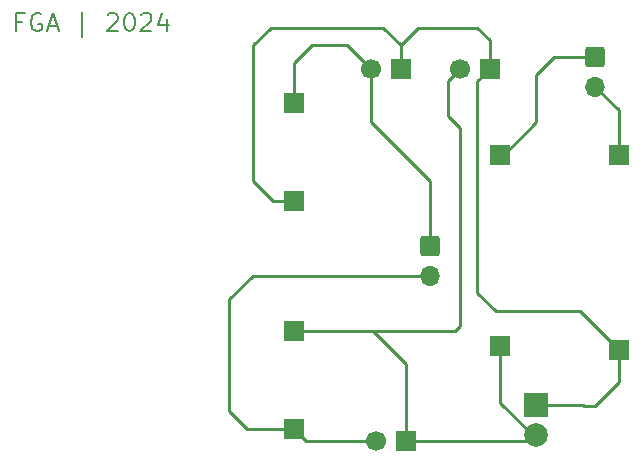
<source format=gbr>
%TF.GenerationSoftware,KiCad,Pcbnew,8.0.1*%
%TF.CreationDate,2024-11-13T12:04:00-05:00*%
%TF.ProjectId,batteryPCBa,62617474-6572-4795-9043-42612e6b6963,rev?*%
%TF.SameCoordinates,Original*%
%TF.FileFunction,Copper,L1,Top*%
%TF.FilePolarity,Positive*%
%FSLAX46Y46*%
G04 Gerber Fmt 4.6, Leading zero omitted, Abs format (unit mm)*
G04 Created by KiCad (PCBNEW 8.0.1) date 2024-11-13 12:04:00*
%MOMM*%
%LPD*%
G01*
G04 APERTURE LIST*
G04 Aperture macros list*
%AMRoundRect*
0 Rectangle with rounded corners*
0 $1 Rounding radius*
0 $2 $3 $4 $5 $6 $7 $8 $9 X,Y pos of 4 corners*
0 Add a 4 corners polygon primitive as box body*
4,1,4,$2,$3,$4,$5,$6,$7,$8,$9,$2,$3,0*
0 Add four circle primitives for the rounded corners*
1,1,$1+$1,$2,$3*
1,1,$1+$1,$4,$5*
1,1,$1+$1,$6,$7*
1,1,$1+$1,$8,$9*
0 Add four rect primitives between the rounded corners*
20,1,$1+$1,$2,$3,$4,$5,0*
20,1,$1+$1,$4,$5,$6,$7,0*
20,1,$1+$1,$6,$7,$8,$9,0*
20,1,$1+$1,$8,$9,$2,$3,0*%
G04 Aperture macros list end*
%ADD10C,0.187500*%
%TA.AperFunction,NonConductor*%
%ADD11C,0.187500*%
%TD*%
%TA.AperFunction,ComponentPad*%
%ADD12R,1.700000X1.700000*%
%TD*%
%TA.AperFunction,ComponentPad*%
%ADD13C,1.700000*%
%TD*%
%TA.AperFunction,ComponentPad*%
%ADD14R,2.000000X2.000000*%
%TD*%
%TA.AperFunction,ComponentPad*%
%ADD15C,2.000000*%
%TD*%
%TA.AperFunction,ComponentPad*%
%ADD16RoundRect,0.250000X-0.600000X0.600000X-0.600000X-0.600000X0.600000X-0.600000X0.600000X0.600000X0*%
%TD*%
%TA.AperFunction,ComponentPad*%
%ADD17O,1.700000X1.700000*%
%TD*%
%TA.AperFunction,Conductor*%
%ADD18C,0.254000*%
%TD*%
G04 APERTURE END LIST*
D10*
D11*
X33480497Y-22020964D02*
X32980497Y-22020964D01*
X32980497Y-22806678D02*
X32980497Y-21306678D01*
X32980497Y-21306678D02*
X33694783Y-21306678D01*
X35051926Y-21378107D02*
X34909069Y-21306678D01*
X34909069Y-21306678D02*
X34694783Y-21306678D01*
X34694783Y-21306678D02*
X34480497Y-21378107D01*
X34480497Y-21378107D02*
X34337640Y-21520964D01*
X34337640Y-21520964D02*
X34266211Y-21663821D01*
X34266211Y-21663821D02*
X34194783Y-21949535D01*
X34194783Y-21949535D02*
X34194783Y-22163821D01*
X34194783Y-22163821D02*
X34266211Y-22449535D01*
X34266211Y-22449535D02*
X34337640Y-22592392D01*
X34337640Y-22592392D02*
X34480497Y-22735250D01*
X34480497Y-22735250D02*
X34694783Y-22806678D01*
X34694783Y-22806678D02*
X34837640Y-22806678D01*
X34837640Y-22806678D02*
X35051926Y-22735250D01*
X35051926Y-22735250D02*
X35123354Y-22663821D01*
X35123354Y-22663821D02*
X35123354Y-22163821D01*
X35123354Y-22163821D02*
X34837640Y-22163821D01*
X35694783Y-22378107D02*
X36409069Y-22378107D01*
X35551926Y-22806678D02*
X36051926Y-21306678D01*
X36051926Y-21306678D02*
X36551926Y-22806678D01*
X38551925Y-23306678D02*
X38551925Y-21163821D01*
X40694782Y-21449535D02*
X40766210Y-21378107D01*
X40766210Y-21378107D02*
X40909068Y-21306678D01*
X40909068Y-21306678D02*
X41266210Y-21306678D01*
X41266210Y-21306678D02*
X41409068Y-21378107D01*
X41409068Y-21378107D02*
X41480496Y-21449535D01*
X41480496Y-21449535D02*
X41551925Y-21592392D01*
X41551925Y-21592392D02*
X41551925Y-21735250D01*
X41551925Y-21735250D02*
X41480496Y-21949535D01*
X41480496Y-21949535D02*
X40623353Y-22806678D01*
X40623353Y-22806678D02*
X41551925Y-22806678D01*
X42480496Y-21306678D02*
X42623353Y-21306678D01*
X42623353Y-21306678D02*
X42766210Y-21378107D01*
X42766210Y-21378107D02*
X42837639Y-21449535D01*
X42837639Y-21449535D02*
X42909067Y-21592392D01*
X42909067Y-21592392D02*
X42980496Y-21878107D01*
X42980496Y-21878107D02*
X42980496Y-22235250D01*
X42980496Y-22235250D02*
X42909067Y-22520964D01*
X42909067Y-22520964D02*
X42837639Y-22663821D01*
X42837639Y-22663821D02*
X42766210Y-22735250D01*
X42766210Y-22735250D02*
X42623353Y-22806678D01*
X42623353Y-22806678D02*
X42480496Y-22806678D01*
X42480496Y-22806678D02*
X42337639Y-22735250D01*
X42337639Y-22735250D02*
X42266210Y-22663821D01*
X42266210Y-22663821D02*
X42194781Y-22520964D01*
X42194781Y-22520964D02*
X42123353Y-22235250D01*
X42123353Y-22235250D02*
X42123353Y-21878107D01*
X42123353Y-21878107D02*
X42194781Y-21592392D01*
X42194781Y-21592392D02*
X42266210Y-21449535D01*
X42266210Y-21449535D02*
X42337639Y-21378107D01*
X42337639Y-21378107D02*
X42480496Y-21306678D01*
X43551924Y-21449535D02*
X43623352Y-21378107D01*
X43623352Y-21378107D02*
X43766210Y-21306678D01*
X43766210Y-21306678D02*
X44123352Y-21306678D01*
X44123352Y-21306678D02*
X44266210Y-21378107D01*
X44266210Y-21378107D02*
X44337638Y-21449535D01*
X44337638Y-21449535D02*
X44409067Y-21592392D01*
X44409067Y-21592392D02*
X44409067Y-21735250D01*
X44409067Y-21735250D02*
X44337638Y-21949535D01*
X44337638Y-21949535D02*
X43480495Y-22806678D01*
X43480495Y-22806678D02*
X44409067Y-22806678D01*
X45694781Y-21806678D02*
X45694781Y-22806678D01*
X45337638Y-21235250D02*
X44980495Y-22306678D01*
X44980495Y-22306678D02*
X45909066Y-22306678D01*
D12*
%TO.P,TP4056Mod2,1,Bat+*%
%TO.N,GND*%
X56500000Y-48150000D03*
%TO.P,TP4056Mod2,2,Bat-*%
%TO.N,Net-(J5-Pin_2)*%
X56500000Y-56500000D03*
%TD*%
%TO.P,J4,1,Pin_1*%
%TO.N,+7.4V*%
X73040000Y-26000000D03*
D13*
%TO.P,J4,2,Pin_2*%
%TO.N,GND*%
X70500000Y-26000000D03*
%TD*%
D12*
%TO.P,J5,1,Pin_1*%
%TO.N,GND*%
X66000000Y-57500000D03*
D13*
%TO.P,J5,2,Pin_2*%
%TO.N,Net-(J5-Pin_2)*%
X63460000Y-57500000D03*
%TD*%
D14*
%TO.P,J1,1,Pin_1*%
%TO.N,+7.4V*%
X77000000Y-54460000D03*
D15*
%TO.P,J1,2,Pin_2*%
%TO.N,GND*%
X77000000Y-57000000D03*
%TD*%
D12*
%TO.P,TP4056Mod1,1,Bat-*%
%TO.N,Net-(J2-Pin_2)*%
X56500000Y-28850000D03*
%TO.P,TP4056Mod1,2,Bat+*%
%TO.N,+7.4V*%
X56500000Y-37200000D03*
%TD*%
%TO.P,U1,1,Out-*%
%TO.N,Net-(J3-Pin_1)*%
X73950000Y-33250000D03*
%TO.P,U1,2,Out+*%
%TO.N,Net-(J3-Pin_2)*%
X84000000Y-33250000D03*
%TO.P,U1,3,IN-*%
%TO.N,GND*%
X73950000Y-49500000D03*
%TO.P,U1,4,IN+*%
%TO.N,+7.4V*%
X84000000Y-49800000D03*
%TD*%
D16*
%TO.P,J6,1,Pin_1*%
%TO.N,Net-(J2-Pin_2)*%
X68000000Y-41000000D03*
D17*
%TO.P,J6,2,Pin_2*%
%TO.N,Net-(J5-Pin_2)*%
X68000000Y-43500000D03*
%TD*%
D12*
%TO.P,J2,1,Pin_1*%
%TO.N,+7.4V*%
X65540000Y-26000000D03*
D13*
%TO.P,J2,2,Pin_2*%
%TO.N,Net-(J2-Pin_2)*%
X63000000Y-26000000D03*
%TD*%
D16*
%TO.P,J3,1,Pin_1*%
%TO.N,Net-(J3-Pin_1)*%
X82000000Y-25000000D03*
D17*
%TO.P,J3,2,Pin_2*%
%TO.N,Net-(J3-Pin_2)*%
X82000000Y-27500000D03*
%TD*%
D18*
%TO.N,GND*%
X76686000Y-57000000D02*
X77000000Y-57000000D01*
X73950000Y-54264000D02*
X76686000Y-57000000D01*
X73950000Y-49500000D02*
X73950000Y-54264000D01*
X66000000Y-57500000D02*
X76500000Y-57500000D01*
%TO.N,+7.4V*%
X73554000Y-46500000D02*
X80700000Y-46500000D01*
X72000000Y-44946000D02*
X73554000Y-46500000D01*
X72000000Y-27040000D02*
X72000000Y-44946000D01*
X80700000Y-46500000D02*
X84000000Y-49800000D01*
X73040000Y-26000000D02*
X72000000Y-27040000D01*
X80960000Y-54460000D02*
X77000000Y-54460000D01*
X81000000Y-54500000D02*
X80960000Y-54460000D01*
X82000000Y-54500000D02*
X81000000Y-54500000D01*
X84000000Y-52500000D02*
X82000000Y-54500000D01*
X84000000Y-49800000D02*
X84000000Y-52500000D01*
X53000000Y-35500000D02*
X53000000Y-24000000D01*
X73040000Y-23540000D02*
X72000000Y-22500000D01*
X54500000Y-22500000D02*
X64040000Y-22500000D01*
X54700000Y-37200000D02*
X53000000Y-35500000D01*
X64040000Y-22500000D02*
X65540000Y-24000000D01*
X65540000Y-23960000D02*
X65540000Y-24000000D01*
X65540000Y-24000000D02*
X65540000Y-26000000D01*
X53000000Y-24000000D02*
X54500000Y-22500000D01*
X56500000Y-37200000D02*
X54700000Y-37200000D01*
X67000000Y-22500000D02*
X65540000Y-23960000D01*
%TO.N,GND*%
X73950000Y-48950000D02*
X73950000Y-49500000D01*
%TO.N,+7.4V*%
X56500000Y-37200000D02*
X56500000Y-36500000D01*
X72000000Y-22500000D02*
X67000000Y-22500000D01*
X73040000Y-26000000D02*
X73040000Y-23540000D01*
%TO.N,GND*%
X56500000Y-48150000D02*
X60500000Y-48150000D01*
X63150000Y-48150000D02*
X66000000Y-51000000D01*
X60500000Y-48150000D02*
X63150000Y-48150000D01*
X66000000Y-51000000D02*
X66000000Y-57500000D01*
X70500000Y-31000000D02*
X70500000Y-47750000D01*
X70100000Y-48150000D02*
X60500000Y-48150000D01*
X70500000Y-47750000D02*
X70100000Y-48150000D01*
X69500000Y-27000000D02*
X69500000Y-30000000D01*
X76500000Y-57500000D02*
X77000000Y-57000000D01*
X69500000Y-30000000D02*
X70500000Y-31000000D01*
X70500000Y-26000000D02*
X69500000Y-27000000D01*
%TO.N,Net-(J2-Pin_2)*%
X63000000Y-30500000D02*
X63000000Y-26000000D01*
X63000000Y-26000000D02*
X61000000Y-24000000D01*
X68000000Y-41000000D02*
X68000000Y-35500000D01*
X61000000Y-24000000D02*
X58000000Y-24000000D01*
X68000000Y-35500000D02*
X63000000Y-30500000D01*
X56500000Y-25500000D02*
X56500000Y-28850000D01*
X58000000Y-24000000D02*
X56500000Y-25500000D01*
%TO.N,Net-(J3-Pin_1)*%
X74250000Y-33250000D02*
X73950000Y-33250000D01*
X77000000Y-30500000D02*
X74250000Y-33250000D01*
X78500000Y-25000000D02*
X77000000Y-26500000D01*
X82000000Y-25000000D02*
X78500000Y-25000000D01*
X77000000Y-26500000D02*
X77000000Y-30500000D01*
%TO.N,Net-(J3-Pin_2)*%
X84000000Y-29500000D02*
X82000000Y-27500000D01*
X84000000Y-33250000D02*
X84000000Y-29500000D01*
%TO.N,Net-(J5-Pin_2)*%
X68000000Y-43500000D02*
X53000000Y-43500000D01*
X51000000Y-55000000D02*
X52500000Y-56500000D01*
X63460000Y-57500000D02*
X57500000Y-57500000D01*
X53000000Y-43500000D02*
X51000000Y-45500000D01*
X52500000Y-56500000D02*
X56500000Y-56500000D01*
X57500000Y-57500000D02*
X56500000Y-56500000D01*
X51000000Y-45500000D02*
X51000000Y-55000000D01*
%TD*%
M02*

</source>
